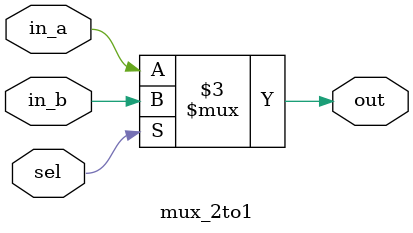
<source format=sv>
module top_module (
	input a,
	input b,
	input sel_b1,
	input sel_b2,
	output out_assign,
	output reg out_always
);

wire mux_out;
assign out_assign = mux_out;

always @ (sel_b1 or sel_b2)
begin
	if (sel_b1 && sel_b2)
		out_always = b;
	else
		out_always = a;
end

mux_2to1 mux_inst (
	.in_a(a),
	.in_b(b),
	.sel(sel_b1 & sel_b2),
	.out(mux_out)
);

endmodule
module mux_2to1 (
	input in_a,
	input in_b,
	input sel,
	output reg out
);
 
always @ (sel)
begin
	if (sel)
		out = in_b;
	else
		out = in_a;
end
 
endmodule

</source>
